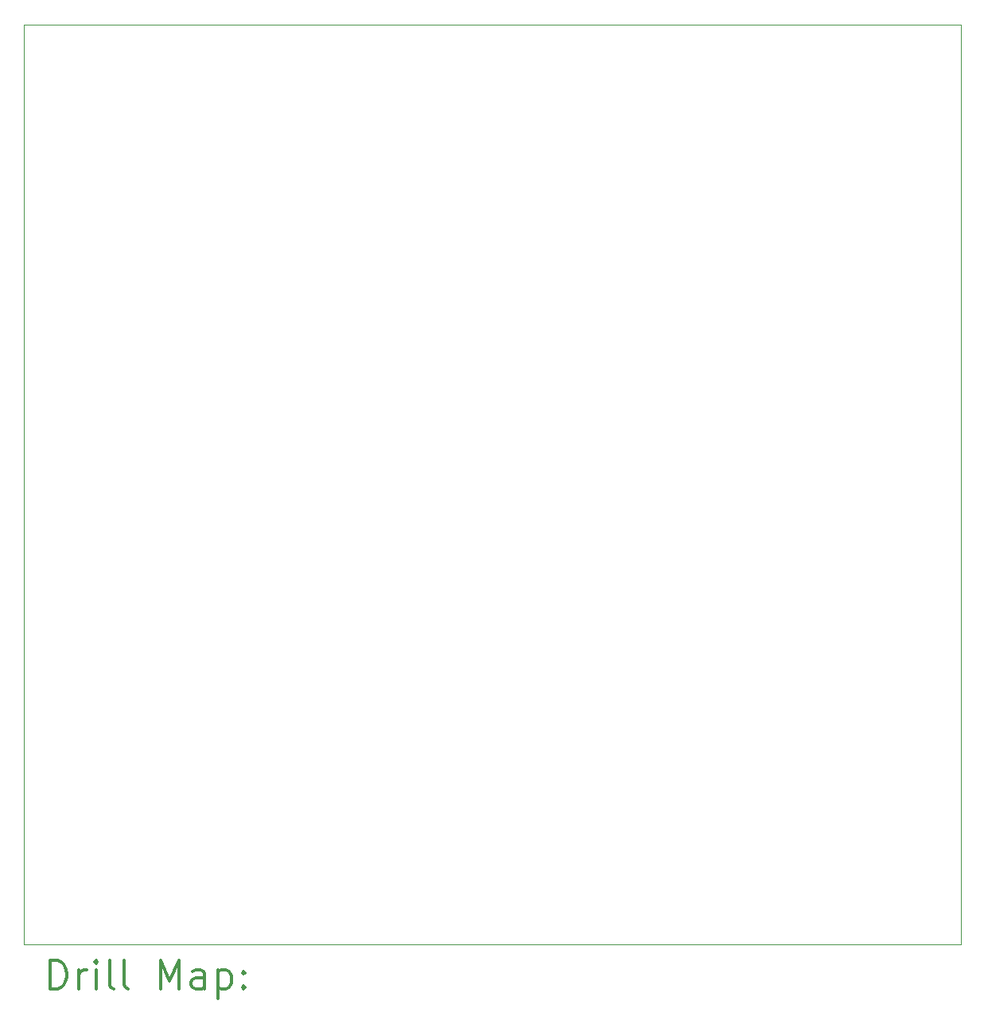
<source format=gbr>
%FSLAX45Y45*%
G04 Gerber Fmt 4.5, Leading zero omitted, Abs format (unit mm)*
G04 Created by KiCad (PCBNEW (5.1.9-0-10_14)) date 2021-03-08 16:44:19*
%MOMM*%
%LPD*%
G01*
G04 APERTURE LIST*
%TA.AperFunction,Profile*%
%ADD10C,0.100000*%
%TD*%
%ADD11C,0.200000*%
%ADD12C,0.300000*%
G04 APERTURE END LIST*
D10*
X18669000Y-4191000D02*
X18669000Y-13970000D01*
X8699500Y-4191000D02*
X18669000Y-4191000D01*
X8699500Y-13970000D02*
X8699500Y-4191000D01*
X18669000Y-13970000D02*
X8699500Y-13970000D01*
D11*
D12*
X8980928Y-14440714D02*
X8980928Y-14140714D01*
X9052357Y-14140714D01*
X9095214Y-14155000D01*
X9123786Y-14183571D01*
X9138071Y-14212143D01*
X9152357Y-14269286D01*
X9152357Y-14312143D01*
X9138071Y-14369286D01*
X9123786Y-14397857D01*
X9095214Y-14426429D01*
X9052357Y-14440714D01*
X8980928Y-14440714D01*
X9280928Y-14440714D02*
X9280928Y-14240714D01*
X9280928Y-14297857D02*
X9295214Y-14269286D01*
X9309500Y-14255000D01*
X9338071Y-14240714D01*
X9366643Y-14240714D01*
X9466643Y-14440714D02*
X9466643Y-14240714D01*
X9466643Y-14140714D02*
X9452357Y-14155000D01*
X9466643Y-14169286D01*
X9480928Y-14155000D01*
X9466643Y-14140714D01*
X9466643Y-14169286D01*
X9652357Y-14440714D02*
X9623786Y-14426429D01*
X9609500Y-14397857D01*
X9609500Y-14140714D01*
X9809500Y-14440714D02*
X9780928Y-14426429D01*
X9766643Y-14397857D01*
X9766643Y-14140714D01*
X10152357Y-14440714D02*
X10152357Y-14140714D01*
X10252357Y-14355000D01*
X10352357Y-14140714D01*
X10352357Y-14440714D01*
X10623786Y-14440714D02*
X10623786Y-14283571D01*
X10609500Y-14255000D01*
X10580928Y-14240714D01*
X10523786Y-14240714D01*
X10495214Y-14255000D01*
X10623786Y-14426429D02*
X10595214Y-14440714D01*
X10523786Y-14440714D01*
X10495214Y-14426429D01*
X10480928Y-14397857D01*
X10480928Y-14369286D01*
X10495214Y-14340714D01*
X10523786Y-14326429D01*
X10595214Y-14326429D01*
X10623786Y-14312143D01*
X10766643Y-14240714D02*
X10766643Y-14540714D01*
X10766643Y-14255000D02*
X10795214Y-14240714D01*
X10852357Y-14240714D01*
X10880928Y-14255000D01*
X10895214Y-14269286D01*
X10909500Y-14297857D01*
X10909500Y-14383571D01*
X10895214Y-14412143D01*
X10880928Y-14426429D01*
X10852357Y-14440714D01*
X10795214Y-14440714D01*
X10766643Y-14426429D01*
X11038071Y-14412143D02*
X11052357Y-14426429D01*
X11038071Y-14440714D01*
X11023786Y-14426429D01*
X11038071Y-14412143D01*
X11038071Y-14440714D01*
X11038071Y-14255000D02*
X11052357Y-14269286D01*
X11038071Y-14283571D01*
X11023786Y-14269286D01*
X11038071Y-14255000D01*
X11038071Y-14283571D01*
M02*

</source>
